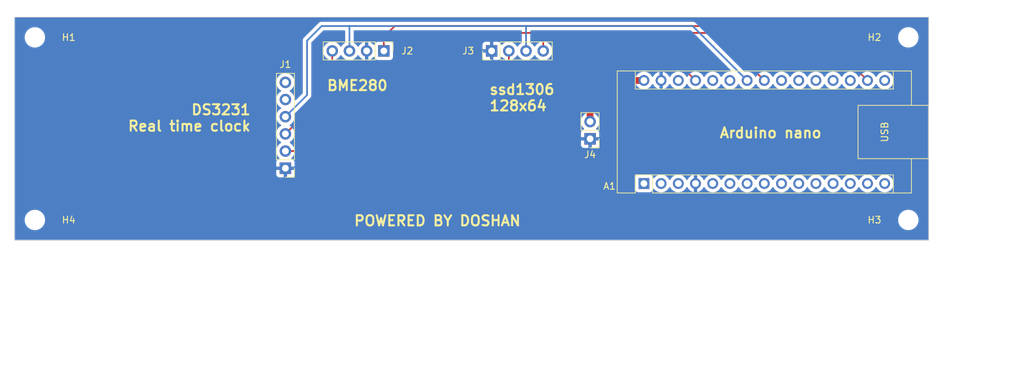
<source format=kicad_pcb>
(kicad_pcb (version 20221018) (generator pcbnew)
  (layers (0 "F.Cu" signal) (31 "B.Cu" signal) (34 "B.Paste" user) (35 "F.Paste" user) (36 "B.SilkS" user "B.Silkscreen") (37 "F.SilkS" user "F.Silkscreen") (38 "B.Mask" user) (39 "F.Mask" user) (44 "Edge.Cuts" user))
  (net 0 "")
  (net 4 "GND")
  (net 17 "+3.3V")
  (net 23 "SDA")
  (net 24 "SCL")
  (net 27 "+5V")
  (net 29 "Net-(A1-VIN)")
  (footprint "Module:Arduino_Nano" (layer "F.Cu") (at 125.95 59.61 90)
    (fp_text reference "A1" (at -0.39 -5.08 180) (layer "F.SilkS"))
    (fp_text value "Arduino_Nano_v2.x")
    (fp_text user "USB" (at 7.62 35.56 90 unlocked) (layer "F.SilkS"))
    (fp_line (start -1.4 -3.94) (end -1.4 -1.27) (stroke (width 0.12)) (layer "F.SilkS"))
    (fp_line (start -1.4 1.27) (end -1.4 39.5) (stroke (width 0.12)) (layer "F.SilkS"))
    (fp_line (start -1.4 39.5) (end 3.68 39.5) (stroke (width 0.12)) (layer "F.SilkS"))
    (fp_line (start 1.27 -1.27) (end -1.4 -1.27) (stroke (width 0.12)) (layer "F.SilkS"))
    (fp_line (start 1.27 1.27) (end -1.4 1.27) (stroke (width 0.12)) (layer "F.SilkS"))
    (fp_line (start 1.27 1.27) (end 1.27 -1.27) (stroke (width 0.12)) (layer "F.SilkS"))
    (fp_line (start 1.27 1.27) (end 1.27 36.83) (stroke (width 0.12)) (layer "F.SilkS"))
    (fp_line (start 1.27 36.83) (end -1.4 36.83) (stroke (width 0.12)) (layer "F.SilkS"))
    (fp_line (start 3.68 31.62) (end 11.56 31.62) (stroke (width 0.12)) (layer "F.SilkS"))
    (fp_line (start 3.68 42.04) (end 3.68 31.62) (stroke (width 0.12)) (layer "F.SilkS"))
    (fp_line (start 11.56 31.62) (end 11.56 42.04) (stroke (width 0.12)) (layer "F.SilkS"))
    (fp_line (start 11.56 42.04) (end 3.68 42.04) (stroke (width 0.12)) (layer "F.SilkS"))
    (fp_line (start 13.97 -1.27) (end 13.97 36.83) (stroke (width 0.12)) (layer "F.SilkS"))
    (fp_line (start 13.97 -1.27) (end 16.64 -1.27) (stroke (width 0.12)) (layer "F.SilkS"))
    (fp_line (start 13.97 36.83) (end 16.64 36.83) (stroke (width 0.12)) (layer "F.SilkS"))
    (fp_line (start 16.64 -3.94) (end -1.4 -3.94) (stroke (width 0.12)) (layer "F.SilkS"))
    (fp_line (start 16.64 39.5) (end 11.56 39.5) (stroke (width 0.12)) (layer "F.SilkS"))
    (fp_line (start 16.64 39.5) (end 16.64 -3.94) (stroke (width 0.12)) (layer "F.SilkS"))
    (pad "1" thru_hole rect (at 0 0 90) (size 1.6 1.6) (drill 1) (layers "*.Cu" "*.Mask"))
    (pad "2" thru_hole oval (at 0 2.54 90) (size 1.6 1.6) (drill 1) (layers "*.Cu" "*.Mask"))
    (pad "3" thru_hole oval (at 0 5.08 90) (size 1.6 1.6) (drill 1) (layers "*.Cu" "*.Mask"))
    (pad "4" thru_hole oval (at 0 7.62 90) (size 1.6 1.6) (drill 1) (layers "*.Cu" "*.Mask") (net 4 "GND"))
    (pad "5" thru_hole oval (at 0 10.16 90) (size 1.6 1.6) (drill 1) (layers "*.Cu" "*.Mask"))
    (pad "6" thru_hole oval (at 0 12.7 90) (size 1.6 1.6) (drill 1) (layers "*.Cu" "*.Mask"))
    (pad "7" thru_hole oval (at 0 15.24 90) (size 1.6 1.6) (drill 1) (layers "*.Cu" "*.Mask"))
    (pad "8" thru_hole oval (at 0 17.78 90) (size 1.6 1.6) (drill 1) (layers "*.Cu" "*.Mask"))
    (pad "9" thru_hole oval (at 0 20.32 90) (size 1.6 1.6) (drill 1) (layers "*.Cu" "*.Mask"))
    (pad "10" thru_hole oval (at 0 22.86 90) (size 1.6 1.6) (drill 1) (layers "*.Cu" "*.Mask"))
    (pad "11" thru_hole oval (at 0 25.4 90) (size 1.6 1.6) (drill 1) (layers "*.Cu" "*.Mask"))
    (pad "12" thru_hole oval (at 0 27.94 90) (size 1.6 1.6) (drill 1) (layers "*.Cu" "*.Mask"))
    (pad "13" thru_hole oval (at 0 30.48 90) (size 1.6 1.6) (drill 1) (layers "*.Cu" "*.Mask"))
    (pad "14" thru_hole oval (at 0 33.02 90) (size 1.6 1.6) (drill 1) (layers "*.Cu" "*.Mask"))
    (pad "15" thru_hole oval (at 0 35.56 90) (size 1.6 1.6) (drill 1) (layers "*.Cu" "*.Mask"))
    (pad "16" thru_hole oval (at 15.24 35.56 90) (size 1.6 1.6) (drill 1) (layers "*.Cu" "*.Mask"))
    (pad "17" thru_hole oval (at 15.24 33.02 90) (size 1.6 1.6) (drill 1) (layers "*.Cu" "*.Mask") (net 17 "+3.3V"))
    (pad "18" thru_hole oval (at 15.24 30.48 90) (size 1.6 1.6) (drill 1) (layers "*.Cu" "*.Mask"))
    (pad "19" thru_hole oval (at 15.24 27.94 90) (size 1.6 1.6) (drill 1) (layers "*.Cu" "*.Mask"))
    (pad "20" thru_hole oval (at 15.24 25.4 90) (size 1.6 1.6) (drill 1) (layers "*.Cu" "*.Mask"))
    (pad "21" thru_hole oval (at 15.24 22.86 90) (size 1.6 1.6) (drill 1) (layers "*.Cu" "*.Mask"))
    (pad "22" thru_hole oval (at 15.24 20.32 90) (size 1.6 1.6) (drill 1) (layers "*.Cu" "*.Mask"))
    (pad "23" thru_hole oval (at 15.24 17.78 90) (size 1.6 1.6) (drill 1) (layers "*.Cu" "*.Mask") (net 23 "SDA"))
    (pad "24" thru_hole oval (at 15.24 15.24 90) (size 1.6 1.6) (drill 1) (layers "*.Cu" "*.Mask") (net 24 "SCL"))
    (pad "25" thru_hole oval (at 15.24 12.7 90) (size 1.6 1.6) (drill 1) (layers "*.Cu" "*.Mask"))
    (pad "26" thru_hole oval (at 15.24 10.16 90) (size 1.6 1.6) (drill 1) (layers "*.Cu" "*.Mask"))
    (pad "27" thru_hole oval (at 15.24 7.62 90) (size 1.6 1.6) (drill 1) (layers "*.Cu" "*.Mask") (net 27 "+5V"))
    (pad "28" thru_hole oval (at 15.24 5.08 90) (size 1.6 1.6) (drill 1) (layers "*.Cu" "*.Mask"))
    (pad "29" thru_hole oval (at 15.24 2.54 90) (size 1.6 1.6) (drill 1) (layers "*.Cu" "*.Mask") (net 4 "GND"))
    (pad "30" thru_hole oval (at 15.24 0 90) (size 1.6 1.6) (drill 1) (layers "*.Cu" "*.Mask") (net 29 "Net-(A1-VIN)"))
  )
  (footprint "MountingHole:MountingHole_2.5mm" (layer "F.Cu") (at 165 38)
    (fp_text reference "H2" (at -5 0) (layer "F.SilkS"))
    (fp_text value "MountingHole")
    (pad "" np_thru_hole circle (at 0 0) (size 2.5 2.5) (drill 2.5) (layers "*.Cu" "*.Mask"))
  )
  (footprint "MountingHole:MountingHole_2.5mm" (layer "F.Cu") (at 36 38)
    (fp_text reference "H1" (at 5 0) (layer "F.SilkS"))
    (fp_text value "MountingHole")
    (pad "" np_thru_hole circle (at 0 0) (size 2.5 2.5) (drill 2.5) (layers "*.Cu" "*.Mask"))
  )
  (footprint "MountingHole:MountingHole_2.5mm" (layer "F.Cu") (at 36 65)
    (fp_text reference "H4" (at 5 0) (layer "F.SilkS"))
    (fp_text value "MountingHole")
    (pad "" np_thru_hole circle (at 0 0) (size 2.5 2.5) (drill 2.5) (layers "*.Cu" "*.Mask"))
  )
  (footprint "Connector_PinHeader_2.54mm:PinHeader_1x06_P2.54mm_Vertical" (layer "F.Cu") (at 73 57.35 180)
    (fp_text reference "J1" (at 0 15.35) (layer "F.SilkS"))
    (fp_text value "Conn_01x06_Pin")
    (fp_line (start -1.33 -1.33) (end 0 -1.33) (stroke (width 0.12)) (layer "F.SilkS"))
    (fp_line (start -1.33 0) (end -1.33 -1.33) (stroke (width 0.12)) (layer "F.SilkS"))
    (fp_line (start -1.33 1.27) (end -1.33 14.03) (stroke (width 0.12)) (layer "F.SilkS"))
    (fp_line (start -1.33 1.27) (end 1.33 1.27) (stroke (width 0.12)) (layer "F.SilkS"))
    (fp_line (start -1.33 14.03) (end 1.33 14.03) (stroke (width 0.12)) (layer "F.SilkS"))
    (fp_line (start 1.33 1.27) (end 1.33 14.03) (stroke (width 0.12)) (layer "F.SilkS"))
    (pad "1" thru_hole rect (at 0 0 180) (size 1.7 1.7) (drill 1) (layers "*.Cu" "*.Mask") (net 4 "GND"))
    (pad "2" thru_hole oval (at 0 2.54 180) (size 1.7 1.7) (drill 1) (layers "*.Cu" "*.Mask") (net 27 "+5V"))
    (pad "3" thru_hole oval (at 0 5.08 180) (size 1.7 1.7) (drill 1) (layers "*.Cu" "*.Mask") (net 23 "SDA"))
    (pad "4" thru_hole oval (at 0 7.62 180) (size 1.7 1.7) (drill 1) (layers "*.Cu" "*.Mask") (net 24 "SCL"))
    (pad "5" thru_hole oval (at 0 10.16 180) (size 1.7 1.7) (drill 1) (layers "*.Cu" "*.Mask"))
    (pad "6" thru_hole oval (at 0 12.7 180) (size 1.7 1.7) (drill 1) (layers "*.Cu" "*.Mask"))
  )
  (footprint "Connector_PinHeader_2.54mm:PinHeader_1x04_P2.54mm_Vertical" (layer "F.Cu") (at 103.46 40 90)
    (fp_text reference "J3" (at 0 -3.46 180) (layer "F.SilkS"))
    (fp_text value "Conn_01x04_Socket")
    (fp_line (start -1.33 -1.33) (end 0 -1.33) (stroke (width 0.12)) (layer "F.SilkS"))
    (fp_line (start -1.33 0) (end -1.33 -1.33) (stroke (width 0.12)) (layer "F.SilkS"))
    (fp_line (start -1.33 1.27) (end -1.33 8.95) (stroke (width 0.12)) (layer "F.SilkS"))
    (fp_line (start -1.33 1.27) (end 1.33 1.27) (stroke (width 0.12)) (layer "F.SilkS"))
    (fp_line (start -1.33 8.95) (end 1.33 8.95) (stroke (width 0.12)) (layer "F.SilkS"))
    (fp_line (start 1.33 1.27) (end 1.33 8.95) (stroke (width 0.12)) (layer "F.SilkS"))
    (pad "1" thru_hole rect (at 0 0 90) (size 1.7 1.7) (drill 1) (layers "*.Cu" "*.Mask") (net 4 "GND"))
    (pad "2" thru_hole oval (at 0 2.54 90) (size 1.7 1.7) (drill 1) (layers "*.Cu" "*.Mask") (net 27 "+5V"))
    (pad "3" thru_hole oval (at 0 5.08 90) (size 1.7 1.7) (drill 1) (layers "*.Cu" "*.Mask") (net 24 "SCL"))
    (pad "4" thru_hole oval (at 0 7.62 90) (size 1.7 1.7) (drill 1) (layers "*.Cu" "*.Mask") (net 23 "SDA"))
  )
  (footprint "Connector_PinHeader_2.54mm:PinHeader_1x02_P2.54mm_Vertical" (layer "F.Cu") (at 118 53 180)
    (fp_text reference "J4" (at 0 -2.33) (layer "F.SilkS"))
    (fp_text value "Conn_01x02_Socket")
    (fp_line (start -1.33 -1.33) (end 0 -1.33) (stroke (width 0.12)) (layer "F.SilkS"))
    (fp_line (start -1.33 0) (end -1.33 -1.33) (stroke (width 0.12)) (layer "F.SilkS"))
    (fp_line (start -1.33 1.27) (end -1.33 3.87) (stroke (width 0.12)) (layer "F.SilkS"))
    (fp_line (start -1.33 1.27) (end 1.33 1.27) (stroke (width 0.12)) (layer "F.SilkS"))
    (fp_line (start -1.33 3.87) (end 1.33 3.87) (stroke (width 0.12)) (layer "F.SilkS"))
    (fp_line (start 1.33 1.27) (end 1.33 3.87) (stroke (width 0.12)) (layer "F.SilkS"))
    (pad "1" thru_hole rect (at 0 0 180) (size 1.7 1.7) (drill 1) (layers "*.Cu" "*.Mask") (net 4 "GND"))
    (pad "2" thru_hole oval (at 0 2.54 180) (size 1.7 1.7) (drill 1) (layers "*.Cu" "*.Mask") (net 29 "Net-(A1-VIN)"))
  )
  (footprint "Connector_PinHeader_2.54mm:PinHeader_1x04_P2.54mm_Vertical" (layer "F.Cu") (at 87.54 40 -90)
    (fp_text reference "J2" (at 0 -3.46 -180) (layer "F.SilkS"))
    (fp_text value "Conn_01x04_Socket")
    (fp_line (start -1.33 -1.33) (end 0 -1.33) (stroke (width 0.12)) (layer "F.SilkS"))
    (fp_line (start -1.33 0) (end -1.33 -1.33) (stroke (width 0.12)) (layer "F.SilkS"))
    (fp_line (start -1.33 1.27) (end -1.33 8.95) (stroke (width 0.12)) (layer "F.SilkS"))
    (fp_line (start -1.33 1.27) (end 1.33 1.27) (stroke (width 0.12)) (layer "F.SilkS"))
    (fp_line (start -1.33 8.95) (end 1.33 8.95) (stroke (width 0.12)) (layer "F.SilkS"))
    (fp_line (start 1.33 1.27) (end 1.33 8.95) (stroke (width 0.12)) (layer "F.SilkS"))
    (pad "1" thru_hole rect (at 0 0 270) (size 1.7 1.7) (drill 1) (layers "*.Cu" "*.Mask") (net 17 "+3.3V"))
    (pad "2" thru_hole oval (at 0 2.54 270) (size 1.7 1.7) (drill 1) (layers "*.Cu" "*.Mask") (net 4 "GND"))
    (pad "3" thru_hole oval (at 0 5.08 270) (size 1.7 1.7) (drill 1) (layers "*.Cu" "*.Mask") (net 24 "SCL"))
    (pad "4" thru_hole oval (at 0 7.62 270) (size 1.7 1.7) (drill 1) (layers "*.Cu" "*.Mask") (net 23 "SDA"))
  )
  (footprint "MountingHole:MountingHole_2.5mm" (layer "F.Cu") (at 165 65)
    (fp_text reference "H3" (at -5 0) (layer "F.SilkS"))
    (fp_text value "MountingHole")
    (pad "" np_thru_hole circle (at 0 0) (size 2.5 2.5) (drill 2.5) (layers "*.Cu" "*.Mask"))
  )
  (gr_rect (start 33 35) (end 168 68) (stroke (width 0.1)) (fill none) (layer "Edge.Cuts"))
  (gr_text "BME280" (at 79 46) (layer "F.SilkS") (effects (font (size 1.5 1.5) (thickness 0.3) bold) (justify left bottom)))
  (gr_text "POWERED BY DOSHAN\n" (at 83 66) (layer "F.SilkS") (effects (font (size 1.5 1.5) (thickness 0.3) bold) (justify left bottom)))
  (gr_text "DS3231\nReal time clock" (at 68 52) (layer "F.SilkS") (effects (font (size 1.5 1.5) (thickness 0.3) bold) (justify right bottom)))
  (gr_text "ssd1306\n128x64\n" (at 103 49) (layer "F.SilkS") (effects (font (size 1.5 1.5) (thickness 0.3) bold) (justify left bottom)))
  (gr_text "Arduino nano" (at 137 53) (layer "F.SilkS") (effects (font (size 1.5 1.5) (thickness 0.3) bold) (justify left bottom)))
  (segment (start 87.54 37.936) (end 87.54 40) (width 0.25) (layer "F.Cu") (net 17))
  (segment (start 89.154 36.322) (end 87.54 37.936) (width 0.25) (layer "F.Cu") (net 17))
  (segment (start 158.97 44.37) (end 150.922 36.322) (width 0.25) (layer "F.Cu") (net 17))
  (segment (start 150.922 36.322) (end 89.154 36.322) (width 0.25) (layer "F.Cu") (net 17))
  (segment (start 100.838 37.338) (end 111.080529 37.338) (width 0.254) (layer "F.Cu") (net 23))
  (segment (start 91.186 46.99) (end 100.838 37.338) (width 0.254) (layer "F.Cu") (net 23))
  (segment (start 136.698 37.338) (end 143.73 44.37) (width 0.254) (layer "F.Cu") (net 23))
  (segment (start 79.92 46.986705) (end 79.916705 46.99) (width 0.254) (layer "F.Cu") (net 23))
  (segment (start 79.92 40) (end 79.92 46.986705) (width 0.254) (layer "F.Cu") (net 23))
  (segment (start 73 52.27) (end 78.28 46.99) (width 0.254) (layer "F.Cu") (net 23))
  (segment (start 111.080529 37.338) (end 136.698 37.338) (width 0.254) (layer "F.Cu") (net 23))
  (segment (start 79.916705 46.99) (end 91.186 46.99) (width 0.254) (layer "F.Cu") (net 23))
  (segment (start 111.08 40) (end 111.08 37.338529) (width 0.254) (layer "F.Cu") (net 23))
  (segment (start 78.28 46.99) (end 79.916705 46.99) (width 0.254) (layer "F.Cu") (net 23))
  (segment (start 111.08 37.338529) (end 111.080529 37.338) (width 0.254) (layer "F.Cu") (net 23))
  (segment (start 82.418 40) (end 82.46 40) (width 0.254) (layer "F.Cu") (net 24))
  (segment (start 82.46 40) (end 82.46 36.322156) (width 0.254) (layer "B.Cu") (net 24))
  (segment (start 76.2 46.53) (end 73 49.73) (width 0.254) (layer "B.Cu") (net 24))
  (segment (start 108.54 36.322081) (end 108.540081 36.322) (width 0.254) (layer "B.Cu") (net 24))
  (segment (start 141.19 44.37) (end 133.142 36.322) (width 0.254) (layer "B.Cu") (net 24))
  (segment (start 108.540081 36.322) (end 82.459844 36.322) (width 0.254) (layer "B.Cu") (net 24))
  (segment (start 133.142 36.322) (end 108.540081 36.322) (width 0.254) (layer "B.Cu") (net 24))
  (segment (start 108.54 40) (end 108.54 36.322081) (width 0.254) (layer "B.Cu") (net 24))
  (segment (start 76.2 38.481) (end 76.2 46.53) (width 0.254) (layer "B.Cu") (net 24))
  (segment (start 78.359 36.322) (end 76.2 38.481) (width 0.254) (layer "B.Cu") (net 24))
  (segment (start 82.46 36.322156) (end 82.459844 36.322) (width 0.254) (layer "B.Cu") (net 24))
  (segment (start 82.459844 36.322) (end 78.359 36.322) (width 0.254) (layer "B.Cu") (net 24))
  (segment (start 90.986 54.81) (end 73 54.81) (width 0.254) (layer "F.Cu") (net 27))
  (segment (start 105.996175 42.418) (end 103.378 42.418) (width 0.254) (layer "F.Cu") (net 27))
  (segment (start 131.618 42.418) (end 105.996175 42.418) (width 0.254) (layer "F.Cu") (net 27))
  (segment (start 106 40) (end 106 42.414175) (width 0.254) (layer "F.Cu") (net 27))
  (segment (start 133.57 44.37) (end 131.618 42.418) (width 0.254) (layer "F.Cu") (net 27))
  (segment (start 106 42.414175) (end 105.996175 42.418) (width 0.254) (layer "F.Cu") (net 27))
  (segment (start 103.378 42.418) (end 90.986 54.81) (width 0.254) (layer "F.Cu") (net 27))
  (segment (start 118 47) (end 120.63 44.37) (width 1) (layer "F.Cu") (net 29))
  (segment (start 118 50.46) (end 118 47) (width 1) (layer "F.Cu") (net 29))
  (segment (start 120.63 44.37) (end 125.95 44.37) (width 1) (layer "F.Cu") (net 29))
  (zone (net 4) (net_name "GND") (layer "B.Cu") (connect_pads (clearance 0.5)) (min_thickness 0.25) (fill yes (thermal_gap 0.5) (thermal_bridge_width 0.5) (island_removal_mode 1) (island_area_min 10))
    (polygon (pts (xy 170 33) (xy 31 33) (xy 31 70) (xy 170 70)))
  )
)
</source>
